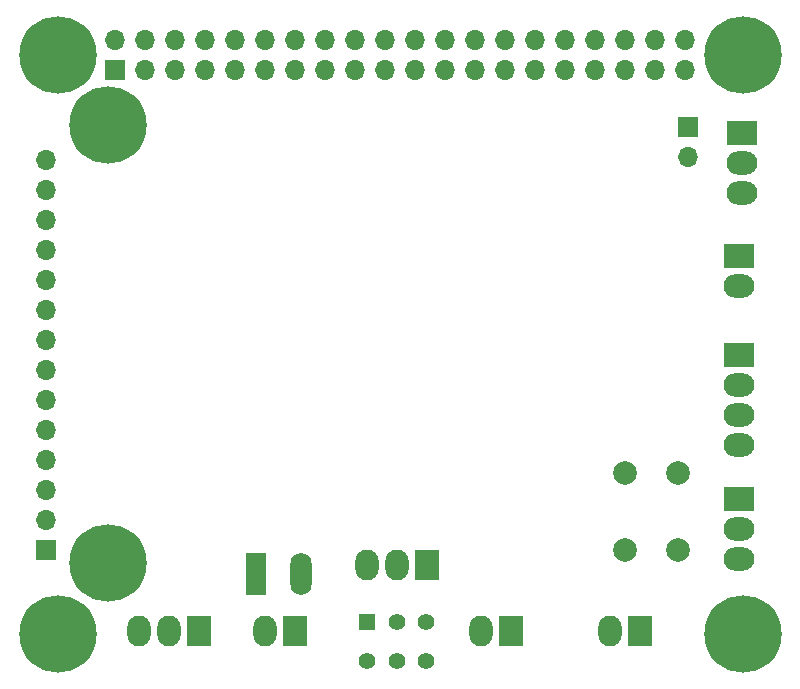
<source format=gbs>
G04 #@! TF.FileFunction,Soldermask,Bot*
%FSLAX46Y46*%
G04 Gerber Fmt 4.6, Leading zero omitted, Abs format (unit mm)*
G04 Created by KiCad (PCBNEW 4.0.7-e2-6376~58~ubuntu16.04.1) date Mon Mar 19 23:41:14 2018*
%MOMM*%
%LPD*%
G01*
G04 APERTURE LIST*
%ADD10C,0.100000*%
%ADD11C,6.550000*%
%ADD12R,2.600000X2.000000*%
%ADD13O,2.600000X2.000000*%
%ADD14R,2.000000X2.600000*%
%ADD15O,2.000000X2.600000*%
%ADD16R,1.727200X1.727200*%
%ADD17O,1.700000X1.700000*%
%ADD18R,1.700000X1.700000*%
%ADD19R,1.400000X1.400000*%
%ADD20C,1.400000*%
%ADD21R,1.800000X3.600000*%
%ADD22O,1.800000X3.600000*%
%ADD23C,2.000000*%
G04 APERTURE END LIST*
D10*
D11*
X176318200Y-70611500D03*
X176318200Y-119611500D03*
X118318200Y-119611500D03*
X118318200Y-70611500D03*
D12*
X176276000Y-77216000D03*
D13*
X176276000Y-79756000D03*
X176276000Y-82296000D03*
D14*
X156718000Y-119380000D03*
D15*
X154178000Y-119380000D03*
D14*
X167640000Y-119380000D03*
D15*
X165100000Y-119380000D03*
D14*
X149606000Y-113792000D03*
D15*
X147066000Y-113792000D03*
X144526000Y-113792000D03*
D14*
X130302000Y-119380000D03*
D15*
X127762000Y-119380000D03*
X125222000Y-119380000D03*
D16*
X123188200Y-71881500D03*
D17*
X123188200Y-69341500D03*
X125728200Y-71881500D03*
X125728200Y-69341500D03*
X128268200Y-71881500D03*
X128268200Y-69341500D03*
X130808200Y-71881500D03*
X130808200Y-69341500D03*
X133348200Y-71881500D03*
X133348200Y-69341500D03*
X135888200Y-71881500D03*
X135888200Y-69341500D03*
X138428200Y-71881500D03*
X138428200Y-69341500D03*
X140968200Y-71881500D03*
X140968200Y-69341500D03*
X143508200Y-71881500D03*
X143508200Y-69341500D03*
X146048200Y-71881500D03*
X146048200Y-69341500D03*
X148588200Y-71881500D03*
X148588200Y-69341500D03*
X151128200Y-71881500D03*
X151128200Y-69341500D03*
X153668200Y-71881500D03*
X153668200Y-69341500D03*
X156208200Y-71881500D03*
X156208200Y-69341500D03*
X158748200Y-71881500D03*
X158748200Y-69341500D03*
X161288200Y-71881500D03*
X161288200Y-69341500D03*
X163828200Y-71881500D03*
X163828200Y-69341500D03*
X166368200Y-71881500D03*
X166368200Y-69341500D03*
X168908200Y-71881500D03*
X168908200Y-69341500D03*
X171448200Y-71881500D03*
X171448200Y-69341500D03*
D12*
X176022000Y-96012000D03*
D13*
X176022000Y-98552000D03*
X176022000Y-101092000D03*
X176022000Y-103632000D03*
D12*
X176022000Y-87630000D03*
D13*
X176022000Y-90170000D03*
D18*
X171704000Y-76708000D03*
D17*
X171704000Y-79248000D03*
D19*
X144526000Y-118618000D03*
D20*
X147026000Y-118618000D03*
X149526000Y-118618000D03*
X144526000Y-121918000D03*
X147026000Y-121918000D03*
X149526000Y-121918000D03*
D14*
X138430000Y-119380000D03*
D15*
X135890000Y-119380000D03*
D12*
X176022000Y-108204000D03*
D13*
X176022000Y-110744000D03*
X176022000Y-113284000D03*
D21*
X135128000Y-114554000D03*
D22*
X138938000Y-114554000D03*
D18*
X117348000Y-112522000D03*
D17*
X117348000Y-109982000D03*
X117348000Y-107442000D03*
X117348000Y-104902000D03*
X117348000Y-102362000D03*
X117348000Y-99822000D03*
X117348000Y-97282000D03*
X117348000Y-94742000D03*
X117348000Y-92202000D03*
X117348000Y-89662000D03*
X117348000Y-87122000D03*
X117348000Y-84582000D03*
X117348000Y-82042000D03*
X117348000Y-79502000D03*
D11*
X122542300Y-76504800D03*
X122570240Y-113588800D03*
D23*
X170870000Y-112522000D03*
X166370000Y-112522000D03*
X170870000Y-106022000D03*
X166370000Y-106022000D03*
M02*

</source>
